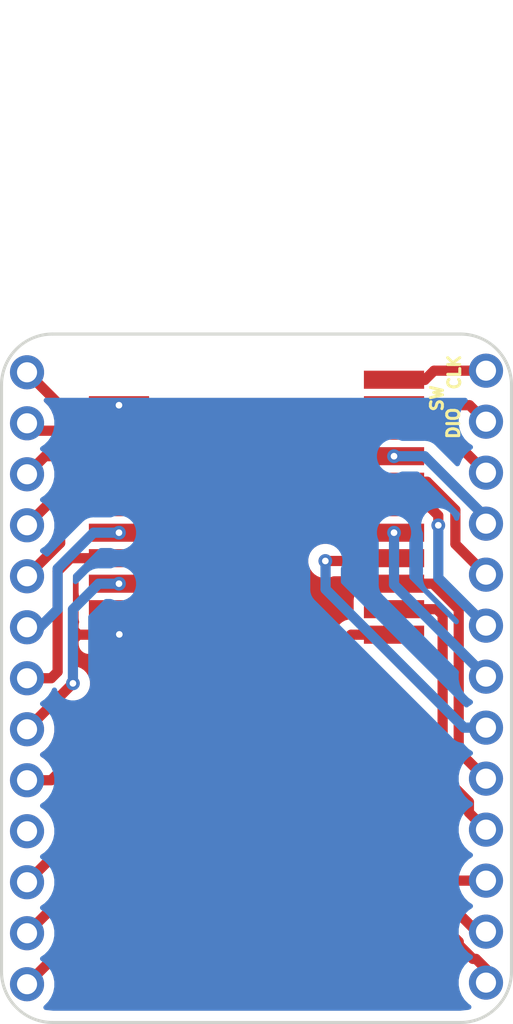
<source format=kicad_pcb>
(kicad_pcb (version 20171130) (host pcbnew 5.1.5-52549c5~84~ubuntu18.04.1)

  (general
    (thickness 1.6)
    (drawings 12)
    (tracks 100)
    (zones 0)
    (modules 3)
    (nets 27)
  )

  (page USLetter)
  (title_block
    (title "Project Title")
  )

  (layers
    (0 F.Cu signal hide)
    (31 B.Cu signal hide)
    (34 B.Paste user)
    (35 F.Paste user)
    (36 B.SilkS user)
    (37 F.SilkS user)
    (38 B.Mask user)
    (39 F.Mask user)
    (40 Dwgs.User user)
    (44 Edge.Cuts user)
    (46 B.CrtYd user)
    (47 F.CrtYd user)
    (48 B.Fab user)
    (49 F.Fab user)
  )

  (setup
    (last_trace_width 0.508)
    (user_trace_width 0.1524)
    (user_trace_width 0.254)
    (user_trace_width 0.3302)
    (user_trace_width 0.508)
    (user_trace_width 0.762)
    (user_trace_width 1.27)
    (trace_clearance 0.254)
    (zone_clearance 0.508)
    (zone_45_only no)
    (trace_min 0.1524)
    (via_size 0.6858)
    (via_drill 0.3302)
    (via_min_size 0.6858)
    (via_min_drill 0.3302)
    (user_via 0.6858 0.3302)
    (user_via 0.762 0.4064)
    (user_via 0.8636 0.508)
    (uvia_size 0.6858)
    (uvia_drill 0.3302)
    (uvias_allowed no)
    (uvia_min_size 0)
    (uvia_min_drill 0)
    (edge_width 0.1524)
    (segment_width 0.1524)
    (pcb_text_width 0.1524)
    (pcb_text_size 1.016 1.016)
    (mod_edge_width 0.1524)
    (mod_text_size 1.016 1.016)
    (mod_text_width 0.1524)
    (pad_size 1.524 1.524)
    (pad_drill 0.762)
    (pad_to_mask_clearance 0.0762)
    (solder_mask_min_width 0.1016)
    (pad_to_paste_clearance -0.0762)
    (aux_axis_origin 0 0)
    (visible_elements FFFFDF7D)
    (pcbplotparams
      (layerselection 0x310fc_80000001)
      (usegerberextensions true)
      (usegerberattributes false)
      (usegerberadvancedattributes false)
      (creategerberjobfile false)
      (excludeedgelayer true)
      (linewidth 0.100000)
      (plotframeref false)
      (viasonmask false)
      (mode 1)
      (useauxorigin false)
      (hpglpennumber 1)
      (hpglpenspeed 20)
      (hpglpendiameter 15.000000)
      (psnegative false)
      (psa4output false)
      (plotreference true)
      (plotvalue true)
      (plotinvisibletext false)
      (padsonsilk false)
      (subtractmaskfromsilk false)
      (outputformat 1)
      (mirror false)
      (drillshape 0)
      (scaleselection 1)
      (outputdirectory "gerbers"))
  )

  (net 0 "")
  (net 1 GND)
  (net 2 +3V3)
  (net 3 /P0.05)
  (net 4 /P0.26)
  (net 5 /P0.27)
  (net 6 /P0.28)
  (net 7 /P0.29)
  (net 8 /P0.30)
  (net 9 /P0.31)
  (net 10 "Net-(J1-Pad10)")
  (net 11 /P0.02)
  (net 12 /P0.03)
  (net 13 /P0.06)
  (net 14 /P0.07)
  (net 15 /P0.08)
  (net 16 /P0.09-NFC1)
  (net 17 /P0.10-NFC2)
  (net 18 /P0.17)
  (net 19 /P0.19)
  (net 20 /P0.20)
  (net 21 /P0.21)
  (net 22 /RESET)
  (net 23 /P0.22)
  (net 24 /P0.23)
  (net 25 /SWDIO)
  (net 26 /SWDCLK)

  (net_class Default "This is the default net class."
    (clearance 0.254)
    (trace_width 0.254)
    (via_dia 0.6858)
    (via_drill 0.3302)
    (uvia_dia 0.6858)
    (uvia_drill 0.3302)
    (add_net +3V3)
    (add_net /P0.02)
    (add_net /P0.03)
    (add_net /P0.05)
    (add_net /P0.06)
    (add_net /P0.07)
    (add_net /P0.08)
    (add_net /P0.09-NFC1)
    (add_net /P0.10-NFC2)
    (add_net /P0.17)
    (add_net /P0.19)
    (add_net /P0.20)
    (add_net /P0.21)
    (add_net /P0.22)
    (add_net /P0.23)
    (add_net /P0.26)
    (add_net /P0.27)
    (add_net /P0.28)
    (add_net /P0.29)
    (add_net /P0.30)
    (add_net /P0.31)
    (add_net /RESET)
    (add_net /SWDCLK)
    (add_net /SWDIO)
    (add_net GND)
    (add_net "Net-(J1-Pad10)")
  )

  (module nRF52840_Badge_01:SKB501_Footprint (layer F.Cu) (tedit 5E17F6D6) (tstamp 5E18502B)
    (at 130.81 99.06)
    (path /5E17E9EB)
    (fp_text reference U1 (at 0.0254 -21.2344) (layer F.Fab) hide
      (effects (font (size 1 1) (thickness 0.15)))
    )
    (fp_text value SKB501 (at -0.405 4.359599) (layer F.Fab) hide
      (effects (font (size 1 1) (thickness 0.15)))
    )
    (fp_text user ANT (at -0.0508 -18.415) (layer F.Fab)
      (effects (font (size 1 1) (thickness 0.25)))
    )
    (fp_line (start 8.2804 -19.685) (end -8.2804 -12.8524) (layer F.Fab) (width 0.12))
    (fp_line (start -8.255 -19.7104) (end 8.2804 -12.8524) (layer F.Fab) (width 0.12))
    (fp_line (start 6.85 -17.4) (end -6.85 -17.4) (layer F.Fab) (width 0.12))
    (fp_line (start -8.2804 -19.7) (end -8.2804 -12.827) (layer F.Fab) (width 0.12))
    (fp_line (start -8.2804 -12.827) (end 8.2804 -12.827) (layer F.Fab) (width 0.12))
    (fp_line (start 8.2804 -19.7) (end 8.2804 -12.827) (layer F.Fab) (width 0.12))
    (fp_line (start -8.2804 -19.7) (end 8.2804 -19.7) (layer F.Fab) (width 0.12))
    (fp_line (start 6.85 0) (end 6.85 -17.4) (layer F.Fab) (width 0.12))
    (fp_line (start -6.85 0) (end -6.85 -17.4) (layer F.Fab) (width 0.12))
    (fp_line (start -6.85 0) (end 6.85 0) (layer F.Fab) (width 0.12))
    (pad 16 smd rect (at 6.85 -0.9 90) (size 0.9 3) (layers F.Cu F.Paste F.Mask)
      (net 16 /P0.09-NFC1))
    (pad 17 smd rect (at 6.85 -2.17 90) (size 0.9 3) (layers F.Cu F.Paste F.Mask)
      (net 17 /P0.10-NFC2))
    (pad 18 smd rect (at 6.85 -3.44 90) (size 0.9 3) (layers F.Cu F.Paste F.Mask)
      (net 18 /P0.17))
    (pad 19 smd rect (at 6.85 -4.71 90) (size 0.9 3) (layers F.Cu F.Paste F.Mask)
      (net 19 /P0.19))
    (pad 20 smd rect (at 6.85 -5.98 90) (size 0.9 3) (layers F.Cu F.Paste F.Mask)
      (net 20 /P0.20))
    (pad 21 smd rect (at 6.85 -7.25 90) (size 0.9 3) (layers F.Cu F.Paste F.Mask)
      (net 21 /P0.21))
    (pad 22 smd rect (at 6.85 -8.52 90) (size 0.9 3) (layers F.Cu F.Paste F.Mask)
      (net 22 /RESET))
    (pad 23 smd rect (at 6.85 -9.79 90) (size 0.9 3) (layers F.Cu F.Paste F.Mask)
      (net 23 /P0.22))
    (pad 24 smd rect (at 6.85 -11.06 90) (size 0.9 3) (layers F.Cu F.Paste F.Mask)
      (net 24 /P0.23))
    (pad 25 smd rect (at 6.85 -12.33 90) (size 0.9 3) (layers F.Cu F.Paste F.Mask)
      (net 25 /SWDIO))
    (pad 26 smd rect (at 6.85 -13.6 90) (size 0.9 3) (layers F.Cu F.Paste F.Mask)
      (net 26 /SWDCLK))
    (pad 10 smd rect (at -6.85 -0.9 90) (size 0.9 3) (layers F.Cu F.Paste F.Mask)
      (net 1 GND))
    (pad 9 smd rect (at -6.85 -2.17 90) (size 0.9 3) (layers F.Cu F.Paste F.Mask)
      (net 9 /P0.31))
    (pad 8 smd rect (at -6.85 -3.44 90) (size 0.9 3) (layers F.Cu F.Paste F.Mask)
      (net 8 /P0.30))
    (pad 7 smd rect (at -6.85 -4.71 90) (size 0.9 3) (layers F.Cu F.Paste F.Mask)
      (net 7 /P0.29))
    (pad 6 smd rect (at -6.85 -5.98 90) (size 0.9 3) (layers F.Cu F.Paste F.Mask)
      (net 6 /P0.28))
    (pad 5 smd rect (at -6.85 -7.25 90) (size 0.9 3) (layers F.Cu F.Paste F.Mask)
      (net 5 /P0.27))
    (pad 4 smd rect (at -6.85 -8.52 90) (size 0.9 3) (layers F.Cu F.Paste F.Mask)
      (net 4 /P0.26))
    (pad 3 smd rect (at -6.85 -9.79 90) (size 0.9 3) (layers F.Cu F.Paste F.Mask)
      (net 3 /P0.05))
    (pad 2 smd rect (at -6.85 -11.06 90) (size 0.9 3) (layers F.Cu F.Paste F.Mask)
      (net 2 +3V3))
    (pad 1 smd rect (at -6.85 -12.33 90) (size 0.9 3) (layers F.Cu F.Paste F.Mask)
      (net 1 GND))
    (pad 15 smd rect (at 2.54 0) (size 0.9 3) (layers F.Cu F.Paste F.Mask)
      (net 15 /P0.08))
    (pad 14 smd rect (at 1.27 0) (size 0.9 3) (layers F.Cu F.Paste F.Mask)
      (net 14 /P0.07))
    (pad 13 smd rect (at 0 0) (size 0.9 3) (layers F.Cu F.Paste F.Mask)
      (net 13 /P0.06))
    (pad 12 smd rect (at -1.27 0) (size 0.9 3) (layers F.Cu F.Paste F.Mask)
      (net 12 /P0.03))
    (pad 11 smd rect (at -2.54 0) (size 0.9 3) (layers F.Cu F.Paste F.Mask)
      (net 11 /P0.02))
    (model ${KISYS3DMOD}/Module.3dshapes/SKB501_Nordic_Module.wrl
      (offset (xyz -7.5 0.89 1))
      (scale (xyz 0.3937 0.3937 0.3937))
      (rotate (xyz 0 0 0))
    )
  )

  (module nRF52840_Badge_01:PinSocket_1x13 (layer F.Cu) (tedit 5E17F89D) (tstamp 5E1854B7)
    (at 142.24 85.010001)
    (descr "Through hole straight socket strip, 1x13, 2.54mm pitch, single row (from Kicad 4.0.7), script generated")
    (tags "Through hole socket strip THT 1x13 2.54mm single row")
    (path /5E184D1C)
    (fp_text reference J2 (at 0 -2.77) (layer F.Fab) hide
      (effects (font (size 1 1) (thickness 0.15)))
    )
    (fp_text value Conn_01x13 (at 0 33.25) (layer F.Fab) hide
      (effects (font (size 1 1) (thickness 0.15)))
    )
    (fp_text user %R (at 0 15.24 90) (layer F.Fab)
      (effects (font (size 1 1) (thickness 0.15)))
    )
    (pad 13 thru_hole oval (at 0 30.48) (size 1.7 1.7) (drill 1) (layers *.Cu *.Mask)
      (net 14 /P0.07))
    (pad 12 thru_hole oval (at 0 27.94) (size 1.7 1.7) (drill 1) (layers *.Cu *.Mask)
      (net 15 /P0.08))
    (pad 11 thru_hole oval (at 0 25.4) (size 1.7 1.7) (drill 1) (layers *.Cu *.Mask)
      (net 16 /P0.09-NFC1))
    (pad 10 thru_hole oval (at 0 22.86) (size 1.7 1.7) (drill 1) (layers *.Cu *.Mask)
      (net 17 /P0.10-NFC2))
    (pad 9 thru_hole oval (at 0 20.32) (size 1.7 1.7) (drill 1) (layers *.Cu *.Mask)
      (net 18 /P0.17))
    (pad 8 thru_hole oval (at 0 17.78) (size 1.7 1.7) (drill 1) (layers *.Cu *.Mask)
      (net 19 /P0.19))
    (pad 7 thru_hole oval (at 0 15.24) (size 1.7 1.7) (drill 1) (layers *.Cu *.Mask)
      (net 20 /P0.20))
    (pad 6 thru_hole oval (at 0 12.7) (size 1.7 1.7) (drill 1) (layers *.Cu *.Mask)
      (net 21 /P0.21))
    (pad 5 thru_hole oval (at 0 10.16) (size 1.7 1.7) (drill 1) (layers *.Cu *.Mask)
      (net 22 /RESET))
    (pad 4 thru_hole oval (at 0 7.62) (size 1.7 1.7) (drill 1) (layers *.Cu *.Mask)
      (net 23 /P0.22))
    (pad 3 thru_hole oval (at 0 5.08) (size 1.7 1.7) (drill 1) (layers *.Cu *.Mask)
      (net 24 /P0.23))
    (pad 2 thru_hole oval (at 0 2.54) (size 1.7 1.7) (drill 1) (layers *.Cu *.Mask)
      (net 25 /SWDIO))
    (pad 1 thru_hole circle (at 0 0) (size 1.7 1.7) (drill 1) (layers *.Cu *.Mask)
      (net 26 /SWDCLK))
    (model ${KISYS3DMOD}/Connector_PinHeader_2.54mm.3dshapes/PinHeader_1x13_P2.54mm_Vertical.step
      (offset (xyz 0 0 -1.5))
      (scale (xyz 1 1 1))
      (rotate (xyz 0 180 0))
    )
  )

  (module nRF52840_Badge_01:PinSocket_1x13 (layer F.Cu) (tedit 5E17F89D) (tstamp 5E1854A6)
    (at 119.38 85.09)
    (descr "Through hole straight socket strip, 1x13, 2.54mm pitch, single row (from Kicad 4.0.7), script generated")
    (tags "Through hole socket strip THT 1x13 2.54mm single row")
    (path /5E17F425)
    (fp_text reference J1 (at 0 -2.77) (layer F.Fab) hide
      (effects (font (size 1 1) (thickness 0.15)))
    )
    (fp_text value Conn_01x13 (at 0 33.25) (layer F.Fab) hide
      (effects (font (size 1 1) (thickness 0.15)))
    )
    (fp_text user %R (at 0 15.24 90) (layer F.Fab)
      (effects (font (size 1 1) (thickness 0.15)))
    )
    (pad 1 thru_hole circle (at 0 0) (size 1.7 1.7) (drill 1) (layers *.Cu *.Mask)
      (net 1 GND))
    (pad 2 thru_hole oval (at 0 2.54) (size 1.7 1.7) (drill 1) (layers *.Cu *.Mask)
      (net 2 +3V3))
    (pad 3 thru_hole oval (at 0 5.08) (size 1.7 1.7) (drill 1) (layers *.Cu *.Mask)
      (net 3 /P0.05))
    (pad 4 thru_hole oval (at 0 7.62) (size 1.7 1.7) (drill 1) (layers *.Cu *.Mask)
      (net 4 /P0.26))
    (pad 5 thru_hole oval (at 0 10.16) (size 1.7 1.7) (drill 1) (layers *.Cu *.Mask)
      (net 5 /P0.27))
    (pad 6 thru_hole oval (at 0 12.7) (size 1.7 1.7) (drill 1) (layers *.Cu *.Mask)
      (net 6 /P0.28))
    (pad 7 thru_hole oval (at 0 15.24) (size 1.7 1.7) (drill 1) (layers *.Cu *.Mask)
      (net 7 /P0.29))
    (pad 8 thru_hole oval (at 0 17.78) (size 1.7 1.7) (drill 1) (layers *.Cu *.Mask)
      (net 8 /P0.30))
    (pad 9 thru_hole oval (at 0 20.32) (size 1.7 1.7) (drill 1) (layers *.Cu *.Mask)
      (net 9 /P0.31))
    (pad 10 thru_hole oval (at 0 22.86) (size 1.7 1.7) (drill 1) (layers *.Cu *.Mask)
      (net 10 "Net-(J1-Pad10)"))
    (pad 11 thru_hole oval (at 0 25.4) (size 1.7 1.7) (drill 1) (layers *.Cu *.Mask)
      (net 11 /P0.02))
    (pad 12 thru_hole oval (at 0 27.94) (size 1.7 1.7) (drill 1) (layers *.Cu *.Mask)
      (net 12 /P0.03))
    (pad 13 thru_hole oval (at 0 30.48) (size 1.7 1.7) (drill 1) (layers *.Cu *.Mask)
      (net 13 /P0.06))
    (model ${KISYS3DMOD}/Connector_PinHeader_2.54mm.3dshapes/PinHeader_1x13_P2.54mm_Vertical.step
      (offset (xyz 0 0 -1.5))
      (scale (xyz 1 1 1))
      (rotate (xyz 0 180 0))
    )
  )

  (gr_text DIO (at 140.6144 87.63 90) (layer F.SilkS) (tstamp 5E180994)
    (effects (font (size 0.6 0.6) (thickness 0.15)))
  )
  (gr_text SW (at 139.8016 86.3854 90) (layer F.SilkS) (tstamp 5E18098F)
    (effects (font (size 0.6 0.6) (thickness 0.15)))
  )
  (gr_text CLK (at 140.6652 85.09 90) (layer F.SilkS)
    (effects (font (size 0.6 0.6) (thickness 0.15)))
  )
  (gr_line (start 143.51 85.725) (end 143.51 114.935) (layer Edge.Cuts) (width 0.1524) (tstamp 5E185530))
  (gr_arc (start 120.65 85.725) (end 120.65 83.185) (angle -90) (layer Edge.Cuts) (width 0.1524) (tstamp 5E185583))
  (gr_arc (start 120.65 114.935) (end 118.11 114.935) (angle -90) (layer Edge.Cuts) (width 0.1524) (tstamp 5E18557E))
  (gr_arc (start 140.97 114.935) (end 140.97 117.475) (angle -90) (layer Edge.Cuts) (width 0.1524) (tstamp 5E185579))
  (gr_arc (start 140.97 85.725) (end 143.51 85.725) (angle -90) (layer Edge.Cuts) (width 0.1524))
  (gr_line (start 120.65 83.185) (end 140.97 83.185) (layer Edge.Cuts) (width 0.1524))
  (gr_line (start 118.11 114.935) (end 118.11 85.725) (layer Edge.Cuts) (width 0.1524))
  (gr_line (start 140.97 117.475) (end 120.65 117.475) (layer Edge.Cuts) (width 0.1524))
  (dimension 22.86014 (width 0.1524) (layer F.Fab)
    (gr_text "22.860 mm" (at 130.747681 67.242255 0.2005068396) (layer F.Fab)
      (effects (font (size 1 1) (thickness 0.15)))
    )
    (feature1 (pts (xy 119.38 85.09) (xy 119.320187 67.99823)))
    (feature2 (pts (xy 142.24 85.010001) (xy 142.180187 67.918231)))
    (crossbar (pts (xy 142.182239 68.504648) (xy 119.322239 68.584647)))
    (arrow1a (pts (xy 119.322239 68.584647) (xy 120.446684 67.994288)))
    (arrow1b (pts (xy 119.322239 68.584647) (xy 120.450788 69.167122)))
    (arrow2a (pts (xy 142.182239 68.504648) (xy 141.05369 67.922173)))
    (arrow2b (pts (xy 142.182239 68.504648) (xy 141.057794 69.095007)))
  )

  (via (at 123.9774 98.1456) (size 0.6858) (drill 0.3302) (layers F.Cu B.Cu) (net 1))
  (segment (start 121.02 86.73) (end 123.96 86.73) (width 0.508) (layer F.Cu) (net 1))
  (segment (start 119.38 85.09) (end 121.02 86.73) (width 0.508) (layer F.Cu) (net 1))
  (segment (start 123.96 86.73) (end 123.96 86.73) (width 0.508) (layer F.Cu) (net 1) (tstamp 5E180911))
  (via (at 123.96 86.73) (size 0.6858) (drill 0.3302) (layers F.Cu B.Cu) (net 1))
  (segment (start 119.75 88) (end 123.96 88) (width 0.508) (layer F.Cu) (net 2))
  (segment (start 119.38 87.63) (end 119.75 88) (width 0.508) (layer F.Cu) (net 2))
  (segment (start 120.28 89.27) (end 123.96 89.27) (width 0.508) (layer F.Cu) (net 3))
  (segment (start 119.38 90.17) (end 120.28 89.27) (width 0.508) (layer F.Cu) (net 3))
  (segment (start 121.55 90.54) (end 123.96 90.54) (width 0.508) (layer F.Cu) (net 4))
  (segment (start 119.38 92.71) (end 121.55 90.54) (width 0.508) (layer F.Cu) (net 4))
  (segment (start 121.031 93.599) (end 119.38 95.25) (width 0.508) (layer F.Cu) (net 5))
  (segment (start 123.96 91.81) (end 121.677 91.81) (width 0.508) (layer F.Cu) (net 5))
  (segment (start 121.031 92.456) (end 121.031 93.599) (width 0.508) (layer F.Cu) (net 5))
  (segment (start 121.677 91.81) (end 121.031 92.456) (width 0.508) (layer F.Cu) (net 5))
  (via (at 123.96 93.08) (size 0.6858) (drill 0.3302) (layers F.Cu B.Cu) (net 6))
  (segment (start 122.693 93.08) (end 123.96 93.08) (width 0.508) (layer B.Cu) (net 6))
  (segment (start 120.904 94.869) (end 122.693 93.08) (width 0.508) (layer B.Cu) (net 6))
  (segment (start 120.904 96.901) (end 120.904 94.869) (width 0.508) (layer B.Cu) (net 6))
  (segment (start 119.38 97.79) (end 120.015 97.79) (width 0.508) (layer B.Cu) (net 6))
  (segment (start 120.015 97.79) (end 120.904 96.901) (width 0.508) (layer B.Cu) (net 6))
  (segment (start 121.55 94.35) (end 123.96 94.35) (width 0.508) (layer F.Cu) (net 7))
  (segment (start 120.904 94.996) (end 121.55 94.35) (width 0.508) (layer F.Cu) (net 7))
  (segment (start 120.904 100.008081) (end 120.904 94.996) (width 0.508) (layer F.Cu) (net 7))
  (segment (start 119.38 100.33) (end 120.582081 100.33) (width 0.508) (layer F.Cu) (net 7))
  (segment (start 120.582081 100.33) (end 120.904 100.008081) (width 0.508) (layer F.Cu) (net 7))
  (segment (start 121.666 100.584) (end 119.38 102.87) (width 0.508) (layer F.Cu) (net 8))
  (via (at 121.666 100.584) (size 0.6858) (drill 0.3302) (layers F.Cu B.Cu) (net 8))
  (via (at 123.96 95.62) (size 0.6858) (drill 0.3302) (layers F.Cu B.Cu) (net 8))
  (segment (start 122.947 95.62) (end 123.96 95.62) (width 0.508) (layer B.Cu) (net 8))
  (segment (start 121.666 100.584) (end 121.666 96.901) (width 0.508) (layer B.Cu) (net 8))
  (segment (start 121.666 96.901) (end 122.947 95.62) (width 0.508) (layer B.Cu) (net 8))
  (segment (start 126.1 96.89) (end 123.96 96.89) (width 0.508) (layer F.Cu) (net 9))
  (segment (start 126.619 99.373081) (end 126.619 97.409) (width 0.508) (layer F.Cu) (net 9))
  (segment (start 119.38 105.41) (end 120.582081 105.41) (width 0.508) (layer F.Cu) (net 9))
  (segment (start 126.619 97.409) (end 126.1 96.89) (width 0.508) (layer F.Cu) (net 9))
  (segment (start 120.582081 105.41) (end 126.619 99.373081) (width 0.508) (layer F.Cu) (net 9))
  (segment (start 128.27 101.6) (end 128.27 99.06) (width 0.508) (layer F.Cu) (net 11))
  (segment (start 119.38 110.49) (end 128.27 101.6) (width 0.508) (layer F.Cu) (net 11))
  (segment (start 129.54 102.87) (end 129.54 99.06) (width 0.508) (layer F.Cu) (net 12))
  (segment (start 119.38 113.03) (end 129.54 102.87) (width 0.508) (layer F.Cu) (net 12))
  (segment (start 130.81 104.14) (end 130.81 99.06) (width 0.508) (layer F.Cu) (net 13))
  (segment (start 119.38 115.57) (end 130.81 104.14) (width 0.508) (layer F.Cu) (net 13))
  (segment (start 132.08 104.648) (end 140.881999 113.449999) (width 0.508) (layer F.Cu) (net 14))
  (segment (start 132.08 99.06) (end 132.08 104.648) (width 0.508) (layer F.Cu) (net 14))
  (segment (start 142.24 114.808) (end 142.24 115.490001) (width 0.508) (layer F.Cu) (net 14))
  (segment (start 140.881999 113.449999) (end 140.881999 113.601842) (width 0.508) (layer F.Cu) (net 14))
  (segment (start 140.881999 113.601842) (end 141.588159 114.308002) (width 0.508) (layer F.Cu) (net 14))
  (segment (start 141.740002 114.308002) (end 142.24 114.808) (width 0.508) (layer F.Cu) (net 14))
  (segment (start 141.588159 114.308002) (end 141.740002 114.308002) (width 0.508) (layer F.Cu) (net 14))
  (segment (start 141.779001 112.950001) (end 142.24 112.950001) (width 0.508) (layer F.Cu) (net 15))
  (segment (start 133.35 99.06) (end 133.35 104.521) (width 0.508) (layer F.Cu) (net 15))
  (segment (start 133.35 104.521) (end 141.779001 112.950001) (width 0.508) (layer F.Cu) (net 15))
  (segment (start 135.52 98.16) (end 137.66 98.16) (width 0.508) (layer F.Cu) (net 16))
  (segment (start 134.62 104.521) (end 134.62 99.06) (width 0.508) (layer F.Cu) (net 16))
  (segment (start 134.62 99.06) (end 135.52 98.16) (width 0.508) (layer F.Cu) (net 16))
  (segment (start 142.24 110.410001) (end 140.509001 110.410001) (width 0.508) (layer F.Cu) (net 16))
  (segment (start 140.509001 110.410001) (end 134.62 104.521) (width 0.508) (layer F.Cu) (net 16))
  (segment (start 140.081 97.176135) (end 139.794865 96.89) (width 0.508) (layer F.Cu) (net 17))
  (segment (start 140.081 105.180843) (end 140.081 97.176135) (width 0.508) (layer F.Cu) (net 17))
  (segment (start 141.390001 107.020002) (end 141.390001 106.489844) (width 0.508) (layer F.Cu) (net 17))
  (segment (start 142.24 107.870001) (end 141.390001 107.020002) (width 0.508) (layer F.Cu) (net 17))
  (segment (start 139.794865 96.89) (end 137.66 96.89) (width 0.508) (layer F.Cu) (net 17))
  (segment (start 141.390001 106.489844) (end 140.081 105.180843) (width 0.508) (layer F.Cu) (net 17))
  (segment (start 139.602511 95.62) (end 137.66 95.62) (width 0.508) (layer F.Cu) (net 18))
  (segment (start 142.24 105.330001) (end 140.881999 103.972) (width 0.508) (layer F.Cu) (net 18))
  (segment (start 140.881999 96.899488) (end 139.602511 95.62) (width 0.508) (layer F.Cu) (net 18))
  (segment (start 140.881999 103.972) (end 140.881999 96.899488) (width 0.508) (layer F.Cu) (net 18))
  (via (at 134.239 94.488) (size 0.6858) (drill 0.3302) (layers F.Cu B.Cu) (net 19))
  (segment (start 137.522 94.488) (end 137.66 94.35) (width 0.508) (layer F.Cu) (net 19))
  (segment (start 134.239 94.488) (end 137.522 94.488) (width 0.508) (layer F.Cu) (net 19))
  (segment (start 134.250001 94.488) (end 134.239 94.488) (width 0.508) (layer B.Cu) (net 19))
  (segment (start 134.250001 95.896001) (end 134.250001 94.488) (width 0.508) (layer B.Cu) (net 19))
  (segment (start 142.24 102.790001) (end 141.144001 102.790001) (width 0.508) (layer B.Cu) (net 19))
  (segment (start 141.144001 102.790001) (end 134.250001 95.896001) (width 0.508) (layer B.Cu) (net 19))
  (via (at 137.66 93.08) (size 0.6858) (drill 0.3302) (layers F.Cu B.Cu) (net 20))
  (segment (start 137.66 95.670001) (end 137.66 93.08) (width 0.508) (layer B.Cu) (net 20))
  (segment (start 142.24 100.250001) (end 137.66 95.670001) (width 0.508) (layer B.Cu) (net 20))
  (segment (start 139.450023 91.81) (end 139.86509 92.225067) (width 0.508) (layer F.Cu) (net 21))
  (segment (start 139.86509 92.225067) (end 139.86509 92.71) (width 0.508) (layer F.Cu) (net 21))
  (segment (start 137.66 91.81) (end 139.450023 91.81) (width 0.508) (layer F.Cu) (net 21))
  (segment (start 142.24 97.710001) (end 139.86509 95.335091) (width 0.508) (layer B.Cu) (net 21))
  (segment (start 139.86509 95.335091) (end 139.86509 92.71) (width 0.508) (layer B.Cu) (net 21))
  (via (at 139.86509 92.71) (size 0.6858) (drill 0.3302) (layers F.Cu B.Cu) (net 21))
  (segment (start 139.308 90.54) (end 137.66 90.54) (width 0.508) (layer F.Cu) (net 22))
  (segment (start 140.716 91.948) (end 139.308 90.54) (width 0.508) (layer F.Cu) (net 22))
  (segment (start 140.716 93.646001) (end 140.716 91.948) (width 0.508) (layer F.Cu) (net 22))
  (segment (start 142.24 95.170001) (end 140.716 93.646001) (width 0.508) (layer F.Cu) (net 22))
  (via (at 137.66 89.27) (size 0.6858) (drill 0.3302) (layers F.Cu B.Cu) (net 23))
  (segment (start 139.181 89.27) (end 137.66 89.27) (width 0.508) (layer B.Cu) (net 23))
  (segment (start 142.24 92.630001) (end 142.24 92.329) (width 0.508) (layer B.Cu) (net 23))
  (segment (start 142.24 92.329) (end 139.181 89.27) (width 0.508) (layer B.Cu) (net 23))
  (segment (start 140.149999 88) (end 137.66 88) (width 0.508) (layer F.Cu) (net 24))
  (segment (start 142.24 90.090001) (end 140.149999 88) (width 0.508) (layer F.Cu) (net 24))
  (segment (start 141.419999 86.73) (end 137.66 86.73) (width 0.508) (layer F.Cu) (net 25))
  (segment (start 142.24 87.550001) (end 141.419999 86.73) (width 0.508) (layer F.Cu) (net 25))
  (segment (start 137.671 85.471) (end 137.66 85.46) (width 0.508) (layer F.Cu) (net 26))
  (segment (start 139.192 85.471) (end 137.671 85.471) (width 0.508) (layer F.Cu) (net 26))
  (segment (start 142.24 85.010001) (end 139.652999 85.010001) (width 0.508) (layer F.Cu) (net 26))
  (segment (start 139.652999 85.010001) (end 139.192 85.471) (width 0.508) (layer F.Cu) (net 26))

  (zone (net 1) (net_name GND) (layer F.Cu) (tstamp 5E18091C) (hatch edge 0.508)
    (connect_pads (clearance 0.508))
    (min_thickness 0.254)
    (fill yes (arc_segments 32) (thermal_gap 0.508) (thermal_bridge_width 0.508))
    (polygon
      (pts
        (xy 146.05 120.65) (xy 114.3 120.65) (xy 114.3 86.36) (xy 146.05 86.36)
      )
    )
    (filled_polygon
      (pts
        (xy 121.821928 96.07) (xy 121.834188 96.194482) (xy 121.852546 96.255) (xy 121.834188 96.315518) (xy 121.821928 96.44)
        (xy 121.821928 97.34) (xy 121.834188 97.464482) (xy 121.852546 97.525) (xy 121.834188 97.585518) (xy 121.821928 97.71)
        (xy 121.825 97.87425) (xy 121.98375 98.033) (xy 123.833 98.033) (xy 123.833 98.013) (xy 124.087 98.013)
        (xy 124.087 98.033) (xy 124.107 98.033) (xy 124.107 98.287) (xy 124.087 98.287) (xy 124.087 99.08625)
        (xy 124.24575 99.245) (xy 125.46 99.248072) (xy 125.489698 99.245147) (xy 120.402476 104.332369) (xy 120.326632 104.256525)
        (xy 120.15224 104.14) (xy 120.326632 104.023475) (xy 120.533475 103.816632) (xy 120.69599 103.573411) (xy 120.807932 103.303158)
        (xy 120.865 103.01626) (xy 120.865 102.72374) (xy 120.851477 102.655758) (xy 122.005312 101.501924) (xy 122.12921 101.450604)
        (xy 122.289375 101.343585) (xy 122.425585 101.207375) (xy 122.532604 101.04721) (xy 122.60632 100.869243) (xy 122.6439 100.680315)
        (xy 122.6439 100.487685) (xy 122.60632 100.298757) (xy 122.532604 100.12079) (xy 122.425585 99.960625) (xy 122.289375 99.824415)
        (xy 122.12921 99.717396) (xy 121.951243 99.64368) (xy 121.793 99.612204) (xy 121.793 98.61) (xy 121.821928 98.61)
        (xy 121.834188 98.734482) (xy 121.870498 98.85418) (xy 121.929463 98.964494) (xy 122.008815 99.061185) (xy 122.105506 99.140537)
        (xy 122.21582 99.199502) (xy 122.335518 99.235812) (xy 122.46 99.248072) (xy 123.67425 99.245) (xy 123.833 99.08625)
        (xy 123.833 98.287) (xy 121.98375 98.287) (xy 121.825 98.44575) (xy 121.821928 98.61) (xy 121.793 98.61)
        (xy 121.793 95.364235) (xy 121.821928 95.335307)
      )
    )
    (filled_polygon
      (pts
        (xy 121.98375 86.603) (xy 123.833 86.603) (xy 123.833 86.583) (xy 124.087 86.583) (xy 124.087 86.603)
        (xy 125.93625 86.603) (xy 126.05225 86.487) (xy 135.521928 86.487) (xy 135.521928 87.18) (xy 135.534188 87.304482)
        (xy 135.552546 87.365) (xy 135.534188 87.425518) (xy 135.521928 87.55) (xy 135.521928 88.45) (xy 135.534188 88.574482)
        (xy 135.552546 88.635) (xy 135.534188 88.695518) (xy 135.521928 88.82) (xy 135.521928 89.72) (xy 135.534188 89.844482)
        (xy 135.552546 89.905) (xy 135.534188 89.965518) (xy 135.521928 90.09) (xy 135.521928 90.99) (xy 135.534188 91.114482)
        (xy 135.552546 91.175) (xy 135.534188 91.235518) (xy 135.521928 91.36) (xy 135.521928 92.26) (xy 135.534188 92.384482)
        (xy 135.552546 92.445) (xy 135.534188 92.505518) (xy 135.521928 92.63) (xy 135.521928 93.53) (xy 135.528724 93.599)
        (xy 134.648141 93.599) (xy 134.524243 93.54768) (xy 134.335315 93.5101) (xy 134.142685 93.5101) (xy 133.953757 93.54768)
        (xy 133.77579 93.621396) (xy 133.615625 93.728415) (xy 133.479415 93.864625) (xy 133.372396 94.02479) (xy 133.29868 94.202757)
        (xy 133.2611 94.391685) (xy 133.2611 94.584315) (xy 133.29868 94.773243) (xy 133.372396 94.95121) (xy 133.479415 95.111375)
        (xy 133.615625 95.247585) (xy 133.77579 95.354604) (xy 133.953757 95.42832) (xy 134.142685 95.4659) (xy 134.335315 95.4659)
        (xy 134.524243 95.42832) (xy 134.648141 95.377) (xy 135.521928 95.377) (xy 135.521928 96.07) (xy 135.534188 96.194482)
        (xy 135.552546 96.255) (xy 135.534188 96.315518) (xy 135.521928 96.44) (xy 135.521928 97.26689) (xy 135.519999 97.2667)
        (xy 135.476339 97.271) (xy 135.476333 97.271) (xy 135.378924 97.280594) (xy 135.345724 97.283864) (xy 135.244058 97.314704)
        (xy 135.178149 97.334697) (xy 135.023709 97.417247) (xy 134.888341 97.528341) (xy 134.860505 97.562259) (xy 134.438072 97.984693)
        (xy 134.438072 97.56) (xy 134.425812 97.435518) (xy 134.389502 97.31582) (xy 134.330537 97.205506) (xy 134.251185 97.108815)
        (xy 134.154494 97.029463) (xy 134.04418 96.970498) (xy 133.924482 96.934188) (xy 133.8 96.921928) (xy 132.9 96.921928)
        (xy 132.775518 96.934188) (xy 132.715 96.952546) (xy 132.654482 96.934188) (xy 132.53 96.921928) (xy 131.63 96.921928)
        (xy 131.505518 96.934188) (xy 131.445 96.952546) (xy 131.384482 96.934188) (xy 131.26 96.921928) (xy 130.36 96.921928)
        (xy 130.235518 96.934188) (xy 130.175 96.952546) (xy 130.114482 96.934188) (xy 129.99 96.921928) (xy 129.09 96.921928)
        (xy 128.965518 96.934188) (xy 128.905 96.952546) (xy 128.844482 96.934188) (xy 128.72 96.921928) (xy 127.82 96.921928)
        (xy 127.695518 96.934188) (xy 127.57582 96.970498) (xy 127.465506 97.029463) (xy 127.436766 97.053049) (xy 127.361753 96.912709)
        (xy 127.250659 96.777341) (xy 127.216736 96.749501) (xy 126.759499 96.292264) (xy 126.731659 96.258341) (xy 126.596291 96.147247)
        (xy 126.441851 96.064697) (xy 126.274274 96.013864) (xy 126.143667 96.001) (xy 126.14366 96.001) (xy 126.1 95.9967)
        (xy 126.098072 95.99689) (xy 126.098072 95.17) (xy 126.085812 95.045518) (xy 126.067454 94.985) (xy 126.085812 94.924482)
        (xy 126.098072 94.8) (xy 126.098072 93.9) (xy 126.085812 93.775518) (xy 126.067454 93.715) (xy 126.085812 93.654482)
        (xy 126.098072 93.53) (xy 126.098072 92.63) (xy 126.085812 92.505518) (xy 126.067454 92.445) (xy 126.085812 92.384482)
        (xy 126.098072 92.26) (xy 126.098072 91.36) (xy 126.085812 91.235518) (xy 126.067454 91.175) (xy 126.085812 91.114482)
        (xy 126.098072 90.99) (xy 126.098072 90.09) (xy 126.085812 89.965518) (xy 126.067454 89.905) (xy 126.085812 89.844482)
        (xy 126.098072 89.72) (xy 126.098072 88.82) (xy 126.085812 88.695518) (xy 126.067454 88.635) (xy 126.085812 88.574482)
        (xy 126.098072 88.45) (xy 126.098072 87.55) (xy 126.085812 87.425518) (xy 126.067454 87.365) (xy 126.085812 87.304482)
        (xy 126.098072 87.18) (xy 126.095 87.01575) (xy 125.93625 86.857) (xy 124.087 86.857) (xy 124.087 86.877)
        (xy 123.833 86.877) (xy 123.833 86.857) (xy 121.98375 86.857) (xy 121.825 87.01575) (xy 121.823219 87.111)
        (xy 120.772375 87.111) (xy 120.69599 86.926589) (xy 120.533475 86.683368) (xy 120.337107 86.487) (xy 121.86775 86.487)
      )
    )
  )
  (zone (net 1) (net_name GND) (layer B.Cu) (tstamp 5E180919) (hatch edge 0.508)
    (connect_pads (clearance 0.508))
    (min_thickness 0.254)
    (fill yes (arc_segments 32) (thermal_gap 0.508) (thermal_bridge_width 0.508))
    (polygon
      (pts
        (xy 146.05 120.65) (xy 114.3 120.65) (xy 114.3 86.36) (xy 146.05 86.36)
      )
    )
    (filled_polygon
      (pts
        (xy 141.086525 86.603369) (xy 140.92401 86.84659) (xy 140.812068 87.116843) (xy 140.755 87.403741) (xy 140.755 87.696261)
        (xy 140.812068 87.983159) (xy 140.92401 88.253412) (xy 141.086525 88.496633) (xy 141.293368 88.703476) (xy 141.46776 88.820001)
        (xy 141.293368 88.936526) (xy 141.086525 89.143369) (xy 140.92401 89.38659) (xy 140.815879 89.647644) (xy 139.840499 88.672264)
        (xy 139.812659 88.638341) (xy 139.677291 88.527247) (xy 139.522851 88.444697) (xy 139.355274 88.393864) (xy 139.224667 88.381)
        (xy 139.22466 88.381) (xy 139.181 88.3767) (xy 139.13734 88.381) (xy 138.069141 88.381) (xy 137.945243 88.32968)
        (xy 137.756315 88.2921) (xy 137.563685 88.2921) (xy 137.374757 88.32968) (xy 137.19679 88.403396) (xy 137.036625 88.510415)
        (xy 136.900415 88.646625) (xy 136.793396 88.80679) (xy 136.71968 88.984757) (xy 136.6821 89.173685) (xy 136.6821 89.366315)
        (xy 136.71968 89.555243) (xy 136.793396 89.73321) (xy 136.900415 89.893375) (xy 137.036625 90.029585) (xy 137.19679 90.136604)
        (xy 137.374757 90.21032) (xy 137.563685 90.2479) (xy 137.756315 90.2479) (xy 137.945243 90.21032) (xy 138.069141 90.159)
        (xy 138.812765 90.159) (xy 140.823356 92.169591) (xy 140.812068 92.196843) (xy 140.779281 92.361675) (xy 140.731694 92.24679)
        (xy 140.624675 92.086625) (xy 140.488465 91.950415) (xy 140.3283 91.843396) (xy 140.150333 91.76968) (xy 139.961405 91.7321)
        (xy 139.768775 91.7321) (xy 139.579847 91.76968) (xy 139.40188 91.843396) (xy 139.241715 91.950415) (xy 139.105505 92.086625)
        (xy 138.998486 92.24679) (xy 138.92477 92.424757) (xy 138.88719 92.613685) (xy 138.88719 92.806315) (xy 138.92477 92.995243)
        (xy 138.976091 93.119143) (xy 138.97609 95.291431) (xy 138.97179 95.335091) (xy 138.97609 95.378751) (xy 138.97609 95.378757)
        (xy 138.988954 95.509364) (xy 139.039787 95.676941) (xy 139.122337 95.831381) (xy 139.233431 95.96675) (xy 139.267354 95.99459)
        (xy 140.768523 97.495759) (xy 140.764287 97.517052) (xy 138.549 95.301766) (xy 138.549 93.489141) (xy 138.60032 93.365243)
        (xy 138.6379 93.176315) (xy 138.6379 92.983685) (xy 138.60032 92.794757) (xy 138.526604 92.61679) (xy 138.419585 92.456625)
        (xy 138.283375 92.320415) (xy 138.12321 92.213396) (xy 137.945243 92.13968) (xy 137.756315 92.1021) (xy 137.563685 92.1021)
        (xy 137.374757 92.13968) (xy 137.19679 92.213396) (xy 137.036625 92.320415) (xy 136.900415 92.456625) (xy 136.793396 92.61679)
        (xy 136.71968 92.794757) (xy 136.6821 92.983685) (xy 136.6821 93.176315) (xy 136.71968 93.365243) (xy 136.771001 93.489143)
        (xy 136.771 95.626341) (xy 136.7667 95.670001) (xy 136.771 95.713661) (xy 136.771 95.713667) (xy 136.783864 95.844274)
        (xy 136.834697 96.011851) (xy 136.917247 96.166291) (xy 137.028341 96.30166) (xy 137.062264 96.3295) (xy 140.768523 100.035759)
        (xy 140.755 100.103741) (xy 140.755 100.396261) (xy 140.812068 100.683159) (xy 140.92401 100.953412) (xy 141.086525 101.196633)
        (xy 141.293368 101.403476) (xy 141.46776 101.520001) (xy 141.293368 101.636526) (xy 141.270565 101.65933) (xy 135.139001 95.527766)
        (xy 135.139001 94.870582) (xy 135.17932 94.773243) (xy 135.2169 94.584315) (xy 135.2169 94.391685) (xy 135.17932 94.202757)
        (xy 135.105604 94.02479) (xy 134.998585 93.864625) (xy 134.862375 93.728415) (xy 134.70221 93.621396) (xy 134.524243 93.54768)
        (xy 134.335315 93.5101) (xy 134.142685 93.5101) (xy 133.953757 93.54768) (xy 133.77579 93.621396) (xy 133.615625 93.728415)
        (xy 133.479415 93.864625) (xy 133.372396 94.02479) (xy 133.29868 94.202757) (xy 133.2611 94.391685) (xy 133.2611 94.584315)
        (xy 133.29868 94.773243) (xy 133.361002 94.923702) (xy 133.361001 95.852341) (xy 133.356701 95.896001) (xy 133.361001 95.939661)
        (xy 133.361001 95.939667) (xy 133.372058 96.051927) (xy 133.373865 96.070275) (xy 133.395999 96.143242) (xy 133.424698 96.237851)
        (xy 133.507248 96.392291) (xy 133.618342 96.52766) (xy 133.652265 96.5555) (xy 140.484502 103.387737) (xy 140.512342 103.42166)
        (xy 140.64771 103.532754) (xy 140.80215 103.615304) (xy 140.868059 103.635297) (xy 140.969725 103.666137) (xy 141.002925 103.669407)
        (xy 141.044331 103.673485) (xy 141.086525 103.736633) (xy 141.293368 103.943476) (xy 141.46776 104.060001) (xy 141.293368 104.176526)
        (xy 141.086525 104.383369) (xy 140.92401 104.62659) (xy 140.812068 104.896843) (xy 140.755 105.183741) (xy 140.755 105.476261)
        (xy 140.812068 105.763159) (xy 140.92401 106.033412) (xy 141.086525 106.276633) (xy 141.293368 106.483476) (xy 141.46776 106.600001)
        (xy 141.293368 106.716526) (xy 141.086525 106.923369) (xy 140.92401 107.16659) (xy 140.812068 107.436843) (xy 140.755 107.723741)
        (xy 140.755 108.016261) (xy 140.812068 108.303159) (xy 140.92401 108.573412) (xy 141.086525 108.816633) (xy 141.293368 109.023476)
        (xy 141.46776 109.140001) (xy 141.293368 109.256526) (xy 141.086525 109.463369) (xy 140.92401 109.70659) (xy 140.812068 109.976843)
        (xy 140.755 110.263741) (xy 140.755 110.556261) (xy 140.812068 110.843159) (xy 140.92401 111.113412) (xy 141.086525 111.356633)
        (xy 141.293368 111.563476) (xy 141.46776 111.680001) (xy 141.293368 111.796526) (xy 141.086525 112.003369) (xy 140.92401 112.24659)
        (xy 140.812068 112.516843) (xy 140.755 112.803741) (xy 140.755 113.096261) (xy 140.812068 113.383159) (xy 140.92401 113.653412)
        (xy 141.086525 113.896633) (xy 141.293368 114.103476) (xy 141.46776 114.220001) (xy 141.293368 114.336526) (xy 141.086525 114.543369)
        (xy 140.92401 114.78659) (xy 140.812068 115.056843) (xy 140.755 115.343741) (xy 140.755 115.636261) (xy 140.812068 115.923159)
        (xy 140.92401 116.193412) (xy 141.086525 116.436633) (xy 141.293368 116.643476) (xy 141.38864 116.707135) (xy 141.337045 116.723106)
        (xy 140.949869 116.7638) (xy 120.684786 116.7638) (xy 120.319836 116.728016) (xy 120.326632 116.723475) (xy 120.533475 116.516632)
        (xy 120.69599 116.273411) (xy 120.807932 116.003158) (xy 120.865 115.71626) (xy 120.865 115.42374) (xy 120.807932 115.136842)
        (xy 120.69599 114.866589) (xy 120.533475 114.623368) (xy 120.326632 114.416525) (xy 120.15224 114.3) (xy 120.326632 114.183475)
        (xy 120.533475 113.976632) (xy 120.69599 113.733411) (xy 120.807932 113.463158) (xy 120.865 113.17626) (xy 120.865 112.88374)
        (xy 120.807932 112.596842) (xy 120.69599 112.326589) (xy 120.533475 112.083368) (xy 120.326632 111.876525) (xy 120.15224 111.76)
        (xy 120.326632 111.643475) (xy 120.533475 111.436632) (xy 120.69599 111.193411) (xy 120.807932 110.923158) (xy 120.865 110.63626)
        (xy 120.865 110.34374) (xy 120.807932 110.056842) (xy 120.69599 109.786589) (xy 120.533475 109.543368) (xy 120.326632 109.336525)
        (xy 120.15224 109.22) (xy 120.326632 109.103475) (xy 120.533475 108.896632) (xy 120.69599 108.653411) (xy 120.807932 108.383158)
        (xy 120.865 108.09626) (xy 120.865 107.80374) (xy 120.807932 107.516842) (xy 120.69599 107.246589) (xy 120.533475 107.003368)
        (xy 120.326632 106.796525) (xy 120.15224 106.68) (xy 120.326632 106.563475) (xy 120.533475 106.356632) (xy 120.69599 106.113411)
        (xy 120.807932 105.843158) (xy 120.865 105.55626) (xy 120.865 105.26374) (xy 120.807932 104.976842) (xy 120.69599 104.706589)
        (xy 120.533475 104.463368) (xy 120.326632 104.256525) (xy 120.15224 104.14) (xy 120.326632 104.023475) (xy 120.533475 103.816632)
        (xy 120.69599 103.573411) (xy 120.807932 103.303158) (xy 120.865 103.01626) (xy 120.865 102.72374) (xy 120.807932 102.436842)
        (xy 120.69599 102.166589) (xy 120.533475 101.923368) (xy 120.326632 101.716525) (xy 120.15224 101.6) (xy 120.326632 101.483475)
        (xy 120.533475 101.276632) (xy 120.69599 101.033411) (xy 120.744835 100.915488) (xy 120.799396 101.04721) (xy 120.906415 101.207375)
        (xy 121.042625 101.343585) (xy 121.20279 101.450604) (xy 121.380757 101.52432) (xy 121.569685 101.5619) (xy 121.762315 101.5619)
        (xy 121.951243 101.52432) (xy 122.12921 101.450604) (xy 122.289375 101.343585) (xy 122.425585 101.207375) (xy 122.532604 101.04721)
        (xy 122.60632 100.869243) (xy 122.6439 100.680315) (xy 122.6439 100.487685) (xy 122.60632 100.298757) (xy 122.555 100.174859)
        (xy 122.555 97.269235) (xy 123.315236 96.509) (xy 123.550859 96.509) (xy 123.674757 96.56032) (xy 123.863685 96.5979)
        (xy 124.056315 96.5979) (xy 124.245243 96.56032) (xy 124.42321 96.486604) (xy 124.583375 96.379585) (xy 124.719585 96.243375)
        (xy 124.826604 96.08321) (xy 124.90032 95.905243) (xy 124.9379 95.716315) (xy 124.9379 95.523685) (xy 124.90032 95.334757)
        (xy 124.826604 95.15679) (xy 124.719585 94.996625) (xy 124.583375 94.860415) (xy 124.42321 94.753396) (xy 124.245243 94.67968)
        (xy 124.056315 94.6421) (xy 123.863685 94.6421) (xy 123.674757 94.67968) (xy 123.550859 94.731) (xy 122.990668 94.731)
        (xy 122.947 94.726699) (xy 122.772725 94.743864) (xy 122.721892 94.759284) (xy 122.605149 94.794697) (xy 122.450709 94.877247)
        (xy 122.315341 94.988341) (xy 122.287506 95.022259) (xy 121.793 95.516764) (xy 121.793 95.237235) (xy 123.061236 93.969)
        (xy 123.550859 93.969) (xy 123.674757 94.02032) (xy 123.863685 94.0579) (xy 124.056315 94.0579) (xy 124.245243 94.02032)
        (xy 124.42321 93.946604) (xy 124.583375 93.839585) (xy 124.719585 93.703375) (xy 124.826604 93.54321) (xy 124.90032 93.365243)
        (xy 124.9379 93.176315) (xy 124.9379 92.983685) (xy 124.90032 92.794757) (xy 124.826604 92.61679) (xy 124.719585 92.456625)
        (xy 124.583375 92.320415) (xy 124.42321 92.213396) (xy 124.245243 92.13968) (xy 124.056315 92.1021) (xy 123.863685 92.1021)
        (xy 123.674757 92.13968) (xy 123.550859 92.191) (xy 122.736659 92.191) (xy 122.692999 92.1867) (xy 122.649339 92.191)
        (xy 122.649333 92.191) (xy 122.537073 92.202057) (xy 122.518725 92.203864) (xy 122.445758 92.225998) (xy 122.351149 92.254697)
        (xy 122.196709 92.337247) (xy 122.061341 92.448341) (xy 122.033506 92.482258) (xy 120.372936 94.142829) (xy 120.326632 94.096525)
        (xy 120.15224 93.98) (xy 120.326632 93.863475) (xy 120.533475 93.656632) (xy 120.69599 93.413411) (xy 120.807932 93.143158)
        (xy 120.865 92.85626) (xy 120.865 92.56374) (xy 120.807932 92.276842) (xy 120.69599 92.006589) (xy 120.533475 91.763368)
        (xy 120.326632 91.556525) (xy 120.15224 91.44) (xy 120.326632 91.323475) (xy 120.533475 91.116632) (xy 120.69599 90.873411)
        (xy 120.807932 90.603158) (xy 120.865 90.31626) (xy 120.865 90.02374) (xy 120.807932 89.736842) (xy 120.69599 89.466589)
        (xy 120.533475 89.223368) (xy 120.326632 89.016525) (xy 120.15224 88.9) (xy 120.326632 88.783475) (xy 120.533475 88.576632)
        (xy 120.69599 88.333411) (xy 120.807932 88.063158) (xy 120.865 87.77626) (xy 120.865 87.48374) (xy 120.807932 87.196842)
        (xy 120.69599 86.926589) (xy 120.533475 86.683368) (xy 120.337107 86.487) (xy 141.202894 86.487)
      )
    )
  )
)

</source>
